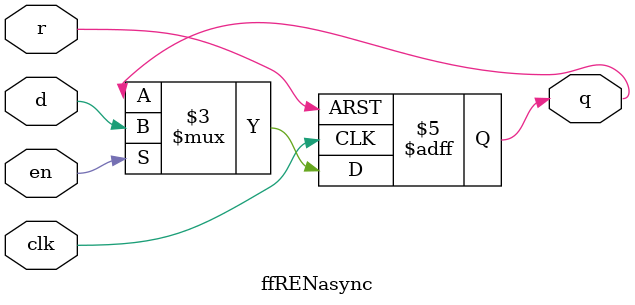
<source format=v>

module ffRENasync (d,q,clk,en,r);
    input wire d,clk,en,r;
    output reg q;

    always @(posedge clk, negedge r) begin
        if (r==1'b0) q<=1'b0;   //reset attivo basso
        else if (en) q<=d;
    end
endmodule
</source>
